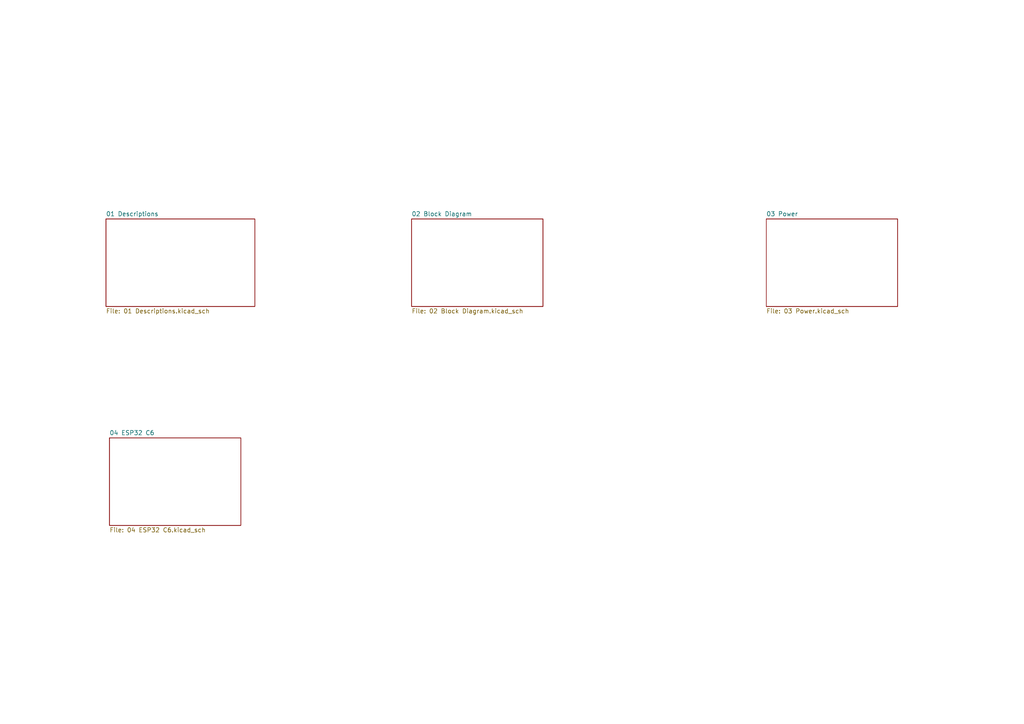
<source format=kicad_sch>
(kicad_sch
	(version 20231120)
	(generator "eeschema")
	(generator_version "8.0")
	(uuid "ef90cf75-f96a-4bad-9f2c-688024ccf7ef")
	(paper "A4")
	(lib_symbols)
	(sheet
		(at 30.734 63.5)
		(size 43.18 25.4)
		(fields_autoplaced yes)
		(stroke
			(width 0.1524)
			(type solid)
		)
		(fill
			(color 0 0 0 0.0000)
		)
		(uuid "76b7c2f1-76a8-42d5-8146-a3a0d1d4aba1")
		(property "Sheetname" "01 Descriptions"
			(at 30.734 62.7884 0)
			(effects
				(font
					(size 1.27 1.27)
				)
				(justify left bottom)
			)
		)
		(property "Sheetfile" "01 Descriptions.kicad_sch"
			(at 30.734 89.4846 0)
			(effects
				(font
					(size 1.27 1.27)
				)
				(justify left top)
			)
		)
		(instances
			(project "XIAO ESP32 C6"
				(path "/ef90cf75-f96a-4bad-9f2c-688024ccf7ef"
					(page "1")
				)
			)
		)
	)
	(sheet
		(at 119.38 63.5)
		(size 38.1 25.4)
		(fields_autoplaced yes)
		(stroke
			(width 0.1524)
			(type solid)
		)
		(fill
			(color 0 0 0 0.0000)
		)
		(uuid "a2f00195-2087-475d-8d89-139d03421c3b")
		(property "Sheetname" "02 Block Diagram"
			(at 119.38 62.7884 0)
			(effects
				(font
					(size 1.27 1.27)
				)
				(justify left bottom)
			)
		)
		(property "Sheetfile" "02 Block Diagram.kicad_sch"
			(at 119.38 89.4846 0)
			(effects
				(font
					(size 1.27 1.27)
				)
				(justify left top)
			)
		)
		(instances
			(project "XIAO ESP32 C6"
				(path "/ef90cf75-f96a-4bad-9f2c-688024ccf7ef"
					(page "2")
				)
			)
		)
	)
	(sheet
		(at 31.75 127)
		(size 38.1 25.4)
		(fields_autoplaced yes)
		(stroke
			(width 0.1524)
			(type solid)
		)
		(fill
			(color 0 0 0 0.0000)
		)
		(uuid "b3f5baf3-01a5-4a0b-998a-77c7a1e9770c")
		(property "Sheetname" "04 ESP32 C6"
			(at 31.75 126.2884 0)
			(effects
				(font
					(size 1.27 1.27)
				)
				(justify left bottom)
			)
		)
		(property "Sheetfile" "04 ESP32 C6.kicad_sch"
			(at 31.75 152.9846 0)
			(effects
				(font
					(size 1.27 1.27)
				)
				(justify left top)
			)
		)
		(instances
			(project "XIAO ESP32 C6"
				(path "/ef90cf75-f96a-4bad-9f2c-688024ccf7ef"
					(page "4")
				)
			)
		)
	)
	(sheet
		(at 222.25 63.5)
		(size 38.1 25.4)
		(fields_autoplaced yes)
		(stroke
			(width 0.1524)
			(type solid)
		)
		(fill
			(color 0 0 0 0.0000)
		)
		(uuid "c7431f7d-5eee-4f48-ac62-0fac3486818b")
		(property "Sheetname" "03 Power"
			(at 222.25 62.7884 0)
			(effects
				(font
					(size 1.27 1.27)
				)
				(justify left bottom)
			)
		)
		(property "Sheetfile" "03 Power.kicad_sch"
			(at 222.25 89.4846 0)
			(effects
				(font
					(size 1.27 1.27)
				)
				(justify left top)
			)
		)
		(instances
			(project "XIAO ESP32 C6"
				(path "/ef90cf75-f96a-4bad-9f2c-688024ccf7ef"
					(page "3")
				)
			)
		)
	)
	(sheet_instances
		(path "/"
			(page "1")
		)
	)
)
</source>
